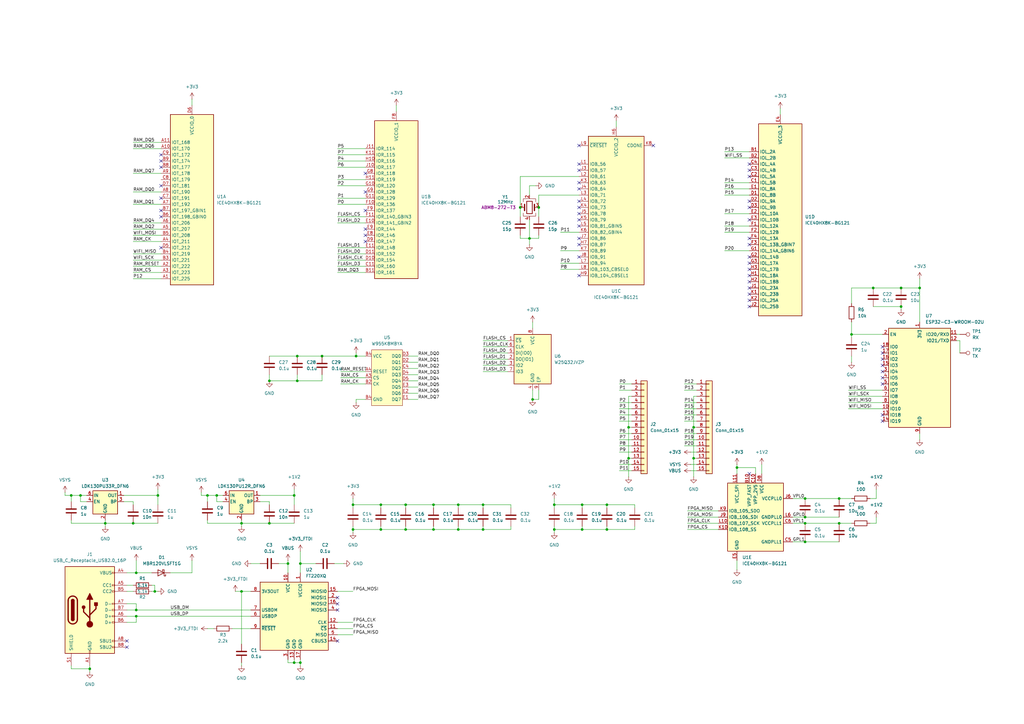
<source format=kicad_sch>
(kicad_sch (version 20231120) (generator "eeschema") (generator_version "8.0")
  (paper "A3")
  (junction (at 121.92 156.21))
  (junction (at 43.18 214.63))
  (junction (at 344.17 214.63))
  (junction (at 120.65 271.78))
  (junction (at 284.48 175.26))
  (junction (at 358.14 118.11))
  (junction (at 377.19 118.11))
  (junction (at 85.09 203.2))
  (junction (at 248.92 217.17))
  (junction (at 123.19 231.14))
  (junction (at 99.06 214.63))
  (junction (at 257.81 175.26))
  (junction (at 123.19 271.78))
  (junction (at 36.83 274.32))
  (junction (at 144.78 207.01))
  (junction (at 156.21 217.17))
  (junction (at 99.06 242.57))
  (junction (at 213.36 85.09))
  (junction (at 227.33 217.17))
  (junction (at 218.44 163.83))
  (junction (at 248.92 207.01))
  (junction (at 227.33 207.01))
  (junction (at 330.2 214.63))
  (junction (at 284.48 187.96))
  (junction (at 55.88 250.19))
  (junction (at 146.05 146.05))
  (junction (at 29.21 203.2))
  (junction (at 369.57 125.73))
  (junction (at 369.57 118.11))
  (junction (at 156.21 207.01))
  (junction (at 144.78 217.17))
  (junction (at 110.49 156.21))
  (junction (at 166.37 217.17))
  (junction (at 55.88 234.95))
  (junction (at 121.92 146.05))
  (junction (at 330.2 222.25))
  (junction (at 55.88 252.73))
  (junction (at 177.8 207.01))
  (junction (at 238.76 217.17))
  (junction (at 110.49 214.63))
  (junction (at 198.12 207.01))
  (junction (at 257.81 187.96))
  (junction (at 88.9 203.2))
  (junction (at 166.37 207.01))
  (junction (at 220.98 85.09))
  (junction (at 132.08 146.05))
  (junction (at 330.2 212.09))
  (junction (at 217.17 97.79))
  (junction (at 302.26 191.77))
  (junction (at 187.96 217.17))
  (junction (at 177.8 217.17))
  (junction (at 238.76 207.01))
  (junction (at 33.02 203.2))
  (junction (at 349.25 137.16))
  (junction (at 54.61 214.63))
  (junction (at 120.65 203.2))
  (junction (at 187.96 207.01))
  (junction (at 118.11 231.14))
  (junction (at 198.12 217.17))
  (junction (at 330.2 204.47))
  (junction (at 64.77 203.2))
  (junction (at 63.5 242.57))
  (junction (at 344.17 204.47))
  (no_connect (at 66.04 63.5))
  (no_connect (at 307.34 194.31))
  (no_connect (at 237.49 77.47))
  (no_connect (at 138.43 250.19))
  (no_connect (at 237.49 105.41))
  (no_connect (at 52.07 265.43))
  (no_connect (at 307.34 110.49))
  (no_connect (at 361.95 154.94))
  (no_connect (at 361.95 149.86))
  (no_connect (at 149.86 99.06))
  (no_connect (at 237.49 69.85))
  (no_connect (at 307.34 107.95))
  (no_connect (at 307.34 113.03))
  (no_connect (at 361.95 144.78))
  (no_connect (at 66.04 101.6))
  (no_connect (at 66.04 68.58))
  (no_connect (at 307.34 100.33))
  (no_connect (at 237.49 67.31))
  (no_connect (at 149.86 96.52))
  (no_connect (at 361.95 170.18))
  (no_connect (at 237.49 113.03))
  (no_connect (at 307.34 125.73))
  (no_connect (at 307.34 85.09))
  (no_connect (at 237.49 100.33))
  (no_connect (at 66.04 86.36))
  (no_connect (at 237.49 87.63))
  (no_connect (at 361.95 152.4))
  (no_connect (at 149.86 93.98))
  (no_connect (at 237.49 92.71))
  (no_connect (at 307.34 120.65))
  (no_connect (at 307.34 123.19))
  (no_connect (at 361.95 142.24))
  (no_connect (at 267.97 59.69))
  (no_connect (at 237.49 82.55))
  (no_connect (at 307.34 97.79))
  (no_connect (at 138.43 247.65))
  (no_connect (at 307.34 115.57))
  (no_connect (at 66.04 66.04))
  (no_connect (at 361.95 157.48))
  (no_connect (at 237.49 97.79))
  (no_connect (at 237.49 74.93))
  (no_connect (at 66.04 81.28))
  (no_connect (at 52.07 262.89))
  (no_connect (at 307.34 90.17))
  (no_connect (at 66.04 76.2))
  (no_connect (at 361.95 147.32))
  (no_connect (at 149.86 78.74))
  (no_connect (at 307.34 118.11))
  (no_connect (at 307.34 69.85))
  (no_connect (at 307.34 72.39))
  (no_connect (at 361.95 172.72))
  (no_connect (at 149.86 71.12))
  (no_connect (at 307.34 67.31))
  (no_connect (at 237.49 90.17))
  (no_connect (at 138.43 262.89))
  (no_connect (at 307.34 105.41))
  (no_connect (at 138.43 245.11))
  (no_connect (at 66.04 88.9))
  (no_connect (at 307.34 82.55))
  (no_connect (at 149.86 86.36))
  (no_connect (at 237.49 59.69))
  (no_connect (at 237.49 85.09))
  (wire (pts (xy 88.9 203.2) (xy 91.44 203.2)))
  (wire (pts (xy 138.43 88.9) (xy 149.86 88.9)))
  (wire (pts (xy 347.98 162.56) (xy 361.95 162.56)))
  (wire (pts (xy 280.67 180.34) (xy 285.75 180.34)))
  (wire (pts (xy 344.17 214.63) (xy 349.25 214.63)))
  (wire (pts (xy 349.25 118.11) (xy 349.25 124.46)))
  (wire (pts (xy 349.25 118.11) (xy 358.14 118.11)))
  (wire (pts (xy 54.61 60.96) (xy 66.04 60.96)))
  (wire (pts (xy 106.68 205.74) (xy 110.49 205.74)))
  (wire (pts (xy 281.94 209.55) (xy 294.64 209.55)))
  (wire (pts (xy 110.49 205.74) (xy 110.49 207.01)))
  (wire (pts (xy 54.61 93.98) (xy 66.04 93.98)))
  (wire (pts (xy 213.36 72.39) (xy 213.36 85.09)))
  (wire (pts (xy 166.37 217.17) (xy 177.8 217.17)))
  (wire (pts (xy 325.12 204.47) (xy 330.2 204.47)))
  (wire (pts (xy 138.43 106.68) (xy 149.86 106.68)))
  (wire (pts (xy 139.7 157.48) (xy 149.86 157.48)))
  (wire (pts (xy 156.21 217.17) (xy 166.37 217.17)))
  (wire (pts (xy 358.14 118.11) (xy 369.57 118.11)))
  (wire (pts (xy 358.14 125.73) (xy 369.57 125.73)))
  (wire (pts (xy 121.92 146.05) (xy 132.08 146.05)))
  (wire (pts (xy 99.06 214.63) (xy 99.06 215.9)))
  (wire (pts (xy 187.96 207.01) (xy 187.96 208.28)))
  (wire (pts (xy 325.12 222.25) (xy 330.2 222.25)))
  (wire (pts (xy 297.18 64.77) (xy 307.34 64.77)))
  (wire (pts (xy 297.18 77.47) (xy 307.34 77.47)))
  (wire (pts (xy 280.67 165.1) (xy 285.75 165.1)))
  (wire (pts (xy 280.67 167.64) (xy 285.75 167.64)))
  (wire (pts (xy 229.87 107.95) (xy 237.49 107.95)))
  (wire (pts (xy 392.43 139.7) (xy 393.7 139.7)))
  (wire (pts (xy 209.55 207.01) (xy 209.55 208.28)))
  (wire (pts (xy 52.07 252.73) (xy 55.88 252.73)))
  (wire (pts (xy 171.45 156.21) (xy 167.64 156.21)))
  (wire (pts (xy 229.87 95.25) (xy 237.49 95.25)))
  (wire (pts (xy 284.48 175.26) (xy 284.48 187.96)))
  (wire (pts (xy 43.18 213.36) (xy 43.18 214.63)))
  (wire (pts (xy 137.16 231.14) (xy 140.97 231.14)))
  (wire (pts (xy 99.06 271.78) (xy 99.06 273.05)))
  (wire (pts (xy 78.74 229.87) (xy 78.74 234.95)))
  (wire (pts (xy 54.61 83.82) (xy 66.04 83.82)))
  (wire (pts (xy 64.77 200.66) (xy 64.77 203.2)))
  (wire (pts (xy 248.92 217.17) (xy 248.92 215.9)))
  (wire (pts (xy 171.45 153.67) (xy 167.64 153.67)))
  (wire (pts (xy 63.5 240.03) (xy 63.5 242.57)))
  (wire (pts (xy 139.7 152.4) (xy 149.86 152.4)))
  (wire (pts (xy 297.18 95.25) (xy 307.34 95.25)))
  (wire (pts (xy 55.88 250.19) (xy 102.87 250.19)))
  (wire (pts (xy 36.83 274.32) (xy 36.83 275.59)))
  (wire (pts (xy 229.87 110.49) (xy 237.49 110.49)))
  (wire (pts (xy 144.78 217.17) (xy 144.78 218.44)))
  (wire (pts (xy 297.18 80.01) (xy 307.34 80.01)))
  (wire (pts (xy 33.02 203.2) (xy 35.56 203.2)))
  (wire (pts (xy 393.7 139.7) (xy 393.7 144.78)))
  (wire (pts (xy 156.21 217.17) (xy 156.21 215.9)))
  (wire (pts (xy 198.12 215.9) (xy 198.12 217.17)))
  (wire (pts (xy 254 190.5) (xy 259.08 190.5)))
  (wire (pts (xy 297.18 102.87) (xy 307.34 102.87)))
  (wire (pts (xy 220.98 80.01) (xy 237.49 80.01)))
  (wire (pts (xy 284.48 162.56) (xy 284.48 175.26)))
  (wire (pts (xy 99.06 213.36) (xy 99.06 214.63)))
  (wire (pts (xy 359.41 212.09) (xy 359.41 214.63)))
  (wire (pts (xy 257.81 187.96) (xy 259.08 187.96)))
  (wire (pts (xy 110.49 156.21) (xy 121.92 156.21)))
  (wire (pts (xy 162.56 43.18) (xy 162.56 45.72)))
  (wire (pts (xy 369.57 118.11) (xy 377.19 118.11)))
  (wire (pts (xy 36.83 273.05) (xy 36.83 274.32)))
  (wire (pts (xy 139.7 154.94) (xy 149.86 154.94)))
  (wire (pts (xy 95.25 257.81) (xy 102.87 257.81)))
  (wire (pts (xy 254 177.8) (xy 259.08 177.8)))
  (wire (pts (xy 43.18 214.63) (xy 54.61 214.63)))
  (wire (pts (xy 54.61 106.68) (xy 66.04 106.68)))
  (wire (pts (xy 254 157.48) (xy 259.08 157.48)))
  (wire (pts (xy 54.61 111.76) (xy 66.04 111.76)))
  (wire (pts (xy 120.65 270.51) (xy 120.65 271.78)))
  (wire (pts (xy 138.43 66.04) (xy 149.86 66.04)))
  (wire (pts (xy 138.43 101.6) (xy 149.86 101.6)))
  (wire (pts (xy 220.98 96.52) (xy 220.98 97.79)))
  (wire (pts (xy 26.67 201.93) (xy 26.67 203.2)))
  (wire (pts (xy 280.67 170.18) (xy 285.75 170.18)))
  (wire (pts (xy 29.21 203.2) (xy 33.02 203.2)))
  (wire (pts (xy 302.26 229.87) (xy 302.26 233.68)))
  (wire (pts (xy 43.18 214.63) (xy 43.18 215.9)))
  (wire (pts (xy 123.19 231.14) (xy 123.19 234.95)))
  (wire (pts (xy 118.11 270.51) (xy 118.11 271.78)))
  (wire (pts (xy 227.33 217.17) (xy 238.76 217.17)))
  (wire (pts (xy 52.07 255.27) (xy 55.88 255.27)))
  (wire (pts (xy 377.19 177.8) (xy 377.19 180.34)))
  (wire (pts (xy 156.21 207.01) (xy 156.21 208.28)))
  (wire (pts (xy 54.61 214.63) (xy 64.77 214.63)))
  (wire (pts (xy 217.17 90.17) (xy 217.17 97.79)))
  (wire (pts (xy 227.33 207.01) (xy 227.33 208.28)))
  (wire (pts (xy 166.37 207.01) (xy 166.37 208.28)))
  (wire (pts (xy 254 167.64) (xy 259.08 167.64)))
  (wire (pts (xy 54.61 58.42) (xy 66.04 58.42)))
  (wire (pts (xy 54.61 91.44) (xy 66.04 91.44)))
  (wire (pts (xy 102.87 231.14) (xy 106.68 231.14)))
  (wire (pts (xy 254 193.04) (xy 259.08 193.04)))
  (wire (pts (xy 121.92 156.21) (xy 121.92 153.67)))
  (wire (pts (xy 229.87 102.87) (xy 237.49 102.87)))
  (wire (pts (xy 280.67 172.72) (xy 285.75 172.72)))
  (wire (pts (xy 138.43 242.57) (xy 144.78 242.57)))
  (wire (pts (xy 177.8 207.01) (xy 187.96 207.01)))
  (wire (pts (xy 198.12 207.01) (xy 209.55 207.01)))
  (wire (pts (xy 120.65 271.78) (xy 123.19 271.78)))
  (wire (pts (xy 82.55 203.2) (xy 85.09 203.2)))
  (wire (pts (xy 99.06 242.57) (xy 99.06 264.16)))
  (wire (pts (xy 248.92 207.01) (xy 248.92 208.28)))
  (wire (pts (xy 281.94 214.63) (xy 294.64 214.63)))
  (wire (pts (xy 123.19 270.51) (xy 123.19 271.78)))
  (wire (pts (xy 217.17 76.2) (xy 217.17 80.01)))
  (wire (pts (xy 177.8 217.17) (xy 187.96 217.17)))
  (wire (pts (xy 120.65 203.2) (xy 120.65 207.01)))
  (wire (pts (xy 52.07 242.57) (xy 54.61 242.57)))
  (wire (pts (xy 54.61 78.74) (xy 66.04 78.74)))
  (wire (pts (xy 349.25 137.16) (xy 349.25 138.43)))
  (wire (pts (xy 54.61 114.3) (xy 66.04 114.3)))
  (wire (pts (xy 29.21 203.2) (xy 29.21 205.74)))
  (wire (pts (xy 281.94 212.09) (xy 294.64 212.09)))
  (wire (pts (xy 146.05 163.83) (xy 149.86 163.83)))
  (wire (pts (xy 138.43 63.5) (xy 149.86 63.5)))
  (wire (pts (xy 392.43 137.16) (xy 393.7 137.16)))
  (wire (pts (xy 63.5 242.57) (xy 64.77 242.57)))
  (wire (pts (xy 330.2 214.63) (xy 344.17 214.63)))
  (wire (pts (xy 344.17 204.47) (xy 349.25 204.47)))
  (wire (pts (xy 29.21 274.32) (xy 36.83 274.32)))
  (wire (pts (xy 138.43 76.2) (xy 149.86 76.2)))
  (wire (pts (xy 260.35 207.01) (xy 260.35 208.28)))
  (wire (pts (xy 55.88 234.95) (xy 62.23 234.95)))
  (wire (pts (xy 52.07 250.19) (xy 55.88 250.19)))
  (wire (pts (xy 283.21 193.04) (xy 285.75 193.04)))
  (wire (pts (xy 138.43 257.81) (xy 144.78 257.81)))
  (wire (pts (xy 377.19 118.11) (xy 377.19 132.08)))
  (wire (pts (xy 144.78 217.17) (xy 156.21 217.17)))
  (wire (pts (xy 284.48 175.26) (xy 285.75 175.26)))
  (wire (pts (xy 144.78 215.9) (xy 144.78 217.17)))
  (wire (pts (xy 85.09 214.63) (xy 99.06 214.63)))
  (wire (pts (xy 283.21 190.5) (xy 285.75 190.5)))
  (wire (pts (xy 248.92 207.01) (xy 260.35 207.01)))
  (wire (pts (xy 238.76 217.17) (xy 248.92 217.17)))
  (wire (pts (xy 33.02 205.74) (xy 35.56 205.74)))
  (wire (pts (xy 123.19 271.78) (xy 123.19 273.05)))
  (wire (pts (xy 302.26 191.77) (xy 302.26 194.31)))
  (wire (pts (xy 220.98 80.01) (xy 220.98 85.09)))
  (wire (pts (xy 254 170.18) (xy 259.08 170.18)))
  (wire (pts (xy 280.67 157.48) (xy 285.75 157.48)))
  (wire (pts (xy 54.61 96.52) (xy 66.04 96.52)))
  (wire (pts (xy 69.85 234.95) (xy 78.74 234.95)))
  (wire (pts (xy 302.26 190.5) (xy 302.26 191.77)))
  (wire (pts (xy 220.98 163.83) (xy 220.98 160.02)))
  (wire (pts (xy 138.43 81.28) (xy 149.86 81.28)))
  (wire (pts (xy 220.98 97.79) (xy 217.17 97.79)))
  (wire (pts (xy 309.88 191.77) (xy 309.88 194.31)))
  (wire (pts (xy 187.96 215.9) (xy 187.96 217.17)))
  (wire (pts (xy 85.09 203.2) (xy 85.09 205.74)))
  (wire (pts (xy 138.43 91.44) (xy 149.86 91.44)))
  (wire (pts (xy 85.09 213.36) (xy 85.09 214.63)))
  (wire (pts (xy 330.2 204.47) (xy 344.17 204.47)))
  (wire (pts (xy 171.45 148.59) (xy 167.64 148.59)))
  (wire (pts (xy 55.88 247.65) (xy 55.88 250.19)))
  (wire (pts (xy 248.92 217.17) (xy 260.35 217.17)))
  (wire (pts (xy 347.98 167.64) (xy 361.95 167.64)))
  (wire (pts (xy 138.43 73.66) (xy 149.86 73.66)))
  (wire (pts (xy 198.12 139.7) (xy 208.28 139.7)))
  (wire (pts (xy 257.81 175.26) (xy 259.08 175.26)))
  (wire (pts (xy 54.61 71.12) (xy 66.04 71.12)))
  (wire (pts (xy 284.48 187.96) (xy 284.48 195.58)))
  (wire (pts (xy 29.21 273.05) (xy 29.21 274.32)))
  (wire (pts (xy 120.65 200.66) (xy 120.65 203.2)))
  (wire (pts (xy 138.43 260.35) (xy 144.78 260.35)))
  (wire (pts (xy 198.12 217.17) (xy 209.55 217.17)))
  (wire (pts (xy 359.41 200.66) (xy 359.41 204.47)))
  (wire (pts (xy 64.77 203.2) (xy 64.77 207.01)))
  (wire (pts (xy 138.43 60.96) (xy 149.86 60.96)))
  (wire (pts (xy 26.67 203.2) (xy 29.21 203.2)))
  (wire (pts (xy 144.78 207.01) (xy 156.21 207.01)))
  (wire (pts (xy 198.12 144.78) (xy 208.28 144.78)))
  (wire (pts (xy 254 180.34) (xy 259.08 180.34)))
  (wire (pts (xy 209.55 215.9) (xy 209.55 217.17)))
  (wire (pts (xy 166.37 207.01) (xy 177.8 207.01)))
  (wire (pts (xy 54.61 99.06) (xy 66.04 99.06)))
  (wire (pts (xy 99.06 214.63) (xy 110.49 214.63)))
  (wire (pts (xy 54.61 205.74) (xy 54.61 207.01)))
  (wire (pts (xy 347.98 160.02) (xy 361.95 160.02)))
  (wire (pts (xy 166.37 217.17) (xy 166.37 215.9)))
  (wire (pts (xy 280.67 160.02) (xy 285.75 160.02)))
  (wire (pts (xy 62.23 240.03) (xy 63.5 240.03)))
  (wire (pts (xy 118.11 231.14) (xy 118.11 234.95)))
  (wire (pts (xy 114.3 231.14) (xy 118.11 231.14)))
  (wire (pts (xy 144.78 204.47) (xy 144.78 207.01)))
  (wire (pts (xy 330.2 212.09) (xy 344.17 212.09)))
  (wire (pts (xy 52.07 234.95) (xy 55.88 234.95)))
  (wire (pts (xy 213.36 85.09) (xy 213.36 88.9)))
  (wire (pts (xy 238.76 207.01) (xy 238.76 208.28)))
  (wire (pts (xy 110.49 214.63) (xy 120.65 214.63)))
  (wire (pts (xy 50.8 205.74) (xy 54.61 205.74)))
  (wire (pts (xy 187.96 207.01) (xy 198.12 207.01)))
  (wire (pts (xy 171.45 158.75) (xy 167.64 158.75)))
  (wire (pts (xy 96.52 242.57) (xy 99.06 242.57)))
  (wire (pts (xy 284.48 187.96) (xy 285.75 187.96)))
  (wire (pts (xy 198.12 142.24) (xy 208.28 142.24)))
  (wire (pts (xy 218.44 132.08) (xy 218.44 134.62)))
  (wire (pts (xy 52.07 240.03) (xy 54.61 240.03)))
  (wire (pts (xy 138.43 109.22) (xy 149.86 109.22)))
  (wire (pts (xy 198.12 207.01) (xy 198.12 208.28)))
  (wire (pts (xy 252.73 49.53) (xy 252.73 52.07)))
  (wire (pts (xy 144.78 207.01) (xy 144.78 208.28)))
  (wire (pts (xy 121.92 156.21) (xy 132.08 156.21)))
  (wire (pts (xy 106.68 203.2) (xy 120.65 203.2)))
  (wire (pts (xy 99.06 242.57) (xy 102.87 242.57)))
  (wire (pts (xy 177.8 217.17) (xy 177.8 215.9)))
  (wire (pts (xy 138.43 68.58) (xy 149.86 68.58)))
  (wire (pts (xy 260.35 217.17) (xy 260.35 215.9)))
  (wire (pts (xy 85.09 203.2) (xy 88.9 203.2)))
  (wire (pts (xy 88.9 205.74) (xy 91.44 205.74)))
  (wire (pts (xy 198.12 152.4) (xy 208.28 152.4)))
  (wire (pts (xy 217.17 100.33) (xy 217.17 97.79)))
  (wire (pts (xy 254 172.72) (xy 259.08 172.72)))
  (wire (pts (xy 123.19 226.06) (xy 123.19 231.14)))
  (wire (pts (xy 254 185.42) (xy 259.08 185.42)))
  (wire (pts (xy 213.36 97.79) (xy 217.17 97.79)))
  (wire (pts (xy 82.55 201.93) (xy 82.55 203.2)))
  (wire (pts (xy 85.09 257.81) (xy 87.63 257.81)))
  (wire (pts (xy 377.19 114.3) (xy 377.19 118.11)))
  (wire (pts (xy 257.81 187.96) (xy 257.81 195.58)))
  (wire (pts (xy 297.18 92.71) (xy 307.34 92.71)))
  (wire (pts (xy 312.42 190.5) (xy 312.42 194.31)))
  (wire (pts (xy 138.43 83.82) (xy 149.86 83.82)))
  (wire (pts (xy 213.36 72.39) (xy 237.49 72.39)))
  (wire (pts (xy 110.49 146.05) (xy 121.92 146.05)))
  (wire (pts (xy 110.49 156.21) (xy 110.49 153.67)))
  (wire (pts (xy 218.44 163.83) (xy 218.44 160.02)))
  (wire (pts (xy 227.33 204.47) (xy 227.33 207.01)))
  (wire (pts (xy 257.81 162.56) (xy 259.08 162.56)))
  (wire (pts (xy 171.45 151.13) (xy 167.64 151.13)))
  (wire (pts (xy 220.98 85.09) (xy 220.98 88.9)))
  (wire (pts (xy 123.19 231.14) (xy 129.54 231.14)))
  (wire (pts (xy 54.61 104.14) (xy 66.04 104.14)))
  (wire (pts (xy 227.33 207.01) (xy 238.76 207.01)))
  (wire (pts (xy 198.12 147.32) (xy 208.28 147.32)))
  (wire (pts (xy 218.44 163.83) (xy 220.98 163.83)))
  (wire (pts (xy 349.25 137.16) (xy 361.95 137.16)))
  (wire (pts (xy 283.21 185.42) (xy 285.75 185.42)))
  (wire (pts (xy 118.11 271.78) (xy 120.65 271.78)))
  (wire (pts (xy 138.43 111.76) (xy 149.86 111.76)))
  (wire (pts (xy 171.45 161.29) (xy 167.64 161.29)))
  (wire (pts (xy 254 160.02) (xy 259.08 160.02)))
  (wire (pts (xy 177.8 207.01) (xy 177.8 208.28)))
  (wire (pts (xy 146.05 144.78) (xy 146.05 146.05)))
  (wire (pts (xy 50.8 203.2) (xy 64.77 203.2)))
  (wire (pts (xy 254 165.1) (xy 259.08 165.1)))
  (wire (pts (xy 254 182.88) (xy 259.08 182.88)))
  (wire (pts (xy 156.21 207.01) (xy 166.37 207.01)))
  (wire (pts (xy 238.76 217.17) (xy 238.76 215.9)))
  (wire (pts (xy 118.11 229.87) (xy 118.11 231.14)))
  (wire (pts (xy 325.12 214.63) (xy 330.2 214.63)))
  (wire (pts (xy 347.98 165.1) (xy 361.95 165.1)))
  (wire (pts (xy 146.05 163.83) (xy 146.05 165.1)))
  (wire (pts (xy 146.05 146.05) (xy 149.86 146.05)))
  (wire (pts (xy 213.36 96.52) (xy 213.36 97.79)))
  (wire (pts (xy 54.61 109.22) (xy 66.04 109.22)))
  (wire (pts (xy 29.21 213.36) (xy 29.21 214.63)))
  (wire (pts (xy 369.57 125.73) (xy 369.57 127)))
  (wire (pts (xy 280.67 177.8) (xy 285.75 177.8)))
  (wire (pts (xy 138.43 104.14) (xy 149.86 104.14)))
  (wire (pts (xy 297.18 74.93) (xy 307.34 74.93)))
  (wire (pts (xy 227.33 217.17) (xy 227.33 218.44)))
  (wire (pts (xy 198.12 149.86) (xy 208.28 149.86)))
  (wire (pts (xy 257.81 162.56) (xy 257.81 175.26)))
  (wire (pts (xy 219.71 76.2) (xy 217.17 76.2)))
  (wire (pts (xy 187.96 217.17) (xy 198.12 217.17)))
  (wire (pts (xy 52.07 247.65) (xy 55.88 247.65)))
  (wire (pts (xy 171.45 163.83) (xy 167.64 163.83)))
  (wire (pts (xy 55.88 252.73) (xy 102.87 252.73)))
  (wire (pts (xy 78.74 40.64) (xy 78.74 43.18)))
  (wire (pts (xy 132.08 156.21) (xy 132.08 153.67)))
  (wire (pts (xy 33.02 203.2) (xy 33.02 205.74)))
  (wire (pts (xy 320.04 44.45) (xy 320.04 46.99)))
  (wire (pts (xy 349.25 146.05) (xy 349.25 148.59)))
  (wire (pts (xy 297.18 87.63) (xy 307.34 87.63)))
  (wire (pts (xy 349.25 132.08) (xy 349.25 137.16)))
  (wire (pts (xy 297.18 62.23) (xy 307.34 62.23)))
  (wire (pts (xy 55.88 252.73) (xy 55.88 255.27)))
  (wire (pts (xy 88.9 203.2) (xy 88.9 205.74)))
  (wire (pts (xy 281.94 217.17) (xy 294.64 217.17)))
  (wire (pts (xy 238.76 207.01) (xy 248.92 207.01)))
  (wire (pts (xy 227.33 215.9) (xy 227.33 217.17)))
  (wire (pts (xy 356.87 204.47) (xy 359.41 204.47)))
  (wire (pts (xy 302.26 191.77) (xy 309.88 191.77)))
  (wire (pts (xy 325.12 212.09) (xy 330.2 212.09)))
  (wire (pts (xy 330.2 222.25) (xy 344.17 222.25)))
  (wire (pts (xy 280.67 182.88) (xy 285.75 182.88)))
  (wire (pts (xy 55.88 229.87) (xy 55.88 234.95)))
  (wire (pts (xy 356.87 214.63) (xy 359.41 214.63)))
  (wire (pts (xy 132.08 146.05) (xy 146.05 146.05)))
  (wire (pts (xy 284.48 162.56) (xy 285.75 162.56)))
  (wire (pts (xy 257.81 175.26) (xy 257.81 187.96)))
  (wire (pts (xy 171.45 146.05) (xy 167.64 146.05)))
  (wire (pts (xy 62.23 242.57) (xy 63.5 242.57)))
  (wire (pts (xy 29.21 214.63) (xy 43.18 214.63)))
  (wire (pts (xy 138.43 255.27) (xy 144.78 255.27)))
  (label "P0" (at 138.43 83.82 0))
  (label "FLASH_CLK" (at 198.12 142.24 0))
  (label "FLASH_D0" (at 198.12 144.78 0))
  (label "FLASH_CS" (at 138.43 88.9 0))
  (label "P17" (at 280.67 172.72 0))
  (label "P4" (at 138.43 66.04 0))
  (label "P15" (at 297.18 80.01 0))
  (label "FPGA_MOSI" (at 281.94 212.09 0))
  (label "FPGA_CS" (at 144.78 257.81 0))
  (label "FLASH_D3" (at 198.12 152.4 0))
  (label "RAM_RESET" (at 54.61 109.22 0))
  (label "FPGA_MOSI" (at 144.78 242.57 0))
  (label "P6" (at 254 177.8 0))
  (label "RAM_DQ1" (at 171.45 148.59 0))
  (label "RAM_DQ2" (at 54.61 93.98 0))
  (label "RAM_DQ3" (at 171.45 153.67 0))
  (label "P4" (at 254 170.18 0))
  (label "VPL0" (at 325.12 204.47 0))
  (label "WIFI_SS" (at 297.18 64.77 0))
  (label "P10" (at 229.87 107.95 0))
  (label "FPGA_MISO" (at 144.78 260.35 0))
  (label "RAM_DQ4" (at 54.61 91.44 0))
  (label "RAM_DQ7" (at 171.45 163.83 0))
  (label "P16" (at 280.67 170.18 0))
  (label "P12" (at 280.67 157.48 0))
  (label "FLASH_D3" (at 138.43 109.22 0))
  (label "P13" (at 297.18 62.23 0))
  (label "FLASH_D1" (at 198.12 147.32 0))
  (label "P6" (at 138.43 68.58 0))
  (label "P5" (at 254 172.72 0))
  (label "P5" (at 138.43 60.96 0))
  (label "P14" (at 297.18 74.93 0))
  (label "P11" (at 229.87 95.25 0))
  (label "RAM_DQ1" (at 54.61 83.82 0))
  (label "FPGA_MISO" (at 281.94 209.55 0))
  (label "RAM_DQ7" (at 54.61 71.12 0))
  (label "RAM_DQ6" (at 54.61 60.96 0))
  (label "P18" (at 297.18 92.71 0))
  (label "P16" (at 297.18 77.47 0))
  (label "P0" (at 254 157.48 0))
  (label "GPL0" (at 325.12 212.09 0))
  (label "P20" (at 297.18 102.87 0))
  (label "P8" (at 229.87 110.49 0))
  (label "P11" (at 254 193.04 0))
  (label "P19" (at 297.18 95.25 0))
  (label "WIFI_SCK" (at 54.61 106.68 0))
  (label "WIFI_MOSI" (at 347.98 167.64 0))
  (label "P7" (at 254 180.34 0))
  (label "WIFI_SCK" (at 347.98 162.56 0))
  (label "VPL1" (at 325.12 214.63 0))
  (label "FPGA_CLK" (at 281.94 214.63 0))
  (label "GPL1" (at 325.12 222.25 0))
  (label "P10" (at 254 190.5 0))
  (label "RAM_DQ4" (at 171.45 156.21 0))
  (label "RAM_CK" (at 54.61 99.06 0))
  (label "P18" (at 280.67 177.8 0))
  (label "P1" (at 254 160.02 0))
  (label "USB_DM" (at 69.85 250.19 0))
  (label "RAM_CS" (at 139.7 154.94 0))
  (label "RAM_DQ5" (at 171.45 158.75 0))
  (label "RAM_DQ0" (at 54.61 78.74 0))
  (label "P20" (at 280.67 182.88 0))
  (label "P15" (at 280.67 167.64 0))
  (label "P3" (at 254 167.64 0))
  (label "RAM_DQ5" (at 54.61 58.42 0))
  (label "WIFI_MISO" (at 54.61 104.14 0))
  (label "RAM_CK" (at 139.7 157.48 0))
  (label "RAM_DQ3" (at 138.43 111.76 0))
  (label "P17" (at 297.18 87.63 0))
  (label "P8" (at 254 182.88 0))
  (label "FLASH_CLK" (at 138.43 106.68 0))
  (label "RAM_DQ2" (at 171.45 151.13 0))
  (label "P1" (at 138.43 81.28 0))
  (label "USB_DP" (at 69.85 252.73 0))
  (label "P2" (at 254 165.1 0))
  (label "WIFI_SS" (at 347.98 160.02 0))
  (label "RAM_DQ0" (at 171.45 146.05 0))
  (label "P12" (at 54.61 114.3 0))
  (label "P9" (at 229.87 102.87 0))
  (label "FPGA_CS" (at 281.94 217.17 0))
  (label "FLASH_D2" (at 198.12 149.86 0))
  (label "RAM_RESET" (at 139.7 152.4 0))
  (label "WIFI_MISO" (at 347.98 165.1 0))
  (label "P14" (at 280.67 165.1 0))
  (label "P9" (at 254 185.42 0))
  (label "P19" (at 280.67 180.34 0))
  (label "FLASH_D0" (at 138.43 104.14 0))
  (label "RAM_CS" (at 54.61 111.76 0))
  (label "FPGA_CLK" (at 144.78 255.27 0))
  (label "WIFI_MOSI" (at 54.61 96.52 0))
  (label "RAM_DQ6" (at 171.45 161.29 0))
  (label "FLASH_D1" (at 138.43 101.6 0))
  (label "FLASH_CS" (at 198.12 139.7 0))
  (label "P7" (at 138.43 63.5 0))
  (label "P13" (at 280.67 160.02 0))
  (label "P3" (at 138.43 73.66 0))
  (label "P2" (at 138.43 76.2 0))
  (label "FLASH_D2" (at 138.43 91.44 0))
  (symbol (lib_id "power:GND") (at 123.19 273.05 0) (unit 1)
    (property "Reference" "#PWR01" (effects (hide yes)))
    (property "Value" "GND" (at 123.19 278.13 0))
    (property "Description" "Power symbol creates a global label with name \"GND\" , ground" (effects (hide yes)))
  )
  (symbol (lib_id "power:VBUS") (at 26.67 201.93 0) (unit 1)
    (property "Reference" "#PWR014" (effects (hide yes)))
    (property "Value" "VSYS" (at 26.67 196.85 0))
    (property "Description" "Power symbol creates a global label with name \"VBUS\"" (effects (hide yes)))
  )
  (symbol (lib_id "RF_Module:ESP32-C3-WROOM-02U") (at 377.19 154.94 0) (unit 1)
    (property "Reference" "U7" (at 379.5829 129.54 0) (effects (justify left)))
    (property "Value" "ESP32-C3-WROOM-02U" (at 379.5829 132.08 0) (effects (justify left)))
    (property "Footprint" "RF_Module:ESP32-C3-WROOM-02U" (effects (hide yes)))
    (property "Datasheet" "https://www.espressif.com/sites/default/files/documentation/esp32-c3-wroom-02_datasheet_en.pdf" (effects (hide yes)))
    (property "Description" "802.11 b/g/n Wi­Fi and Bluetooth 5 module, ESP32­C3 SoC, RISC­V microprocessor, On-board antenna" (effects (hide yes)))
  )
  (symbol (lib_id "Device:D_Schottky") (at 66.04 234.95 180) (unit 1)
    (property "Reference" "D1" (at 66.3575 228.6 0))
    (property "Value" "MBR120VLSFT1G" (at 66.3575 231.14 0))
    (property "Footprint" "Diode_SMD:D_SOD-123F" (effects (hide yes)))
    (property "Description" "Schottky diode" (effects (hide yes)))
  )
  (symbol (lib_id "power:GND") (at 218.44 163.83 0) (unit 1)
    (property "Reference" "#PWR035" (effects (hide yes)))
    (property "Value" "GND" (at 218.44 168.91 0))
    (property "Description" "Power symbol creates a global label with name \"GND\" , ground" (effects (hide yes)))
  )
  (symbol (lib_id "Device:C") (at 198.12 212.09 0) (unit 1)
    (property "Reference" "C31" (at 201.93 210.8199 0) (effects (justify left)))
    (property "Value" "0.1u" (at 201.93 213.3599 0) (effects (justify left)))
    (property "Footprint" "Capacitor_SMD:C_0402_1005Metric" (effects (hide yes)))
    (property "Description" "Unpolarized capacitor" (effects (hide yes)))
  )
  (symbol (lib_id "Device:C") (at 110.49 231.14 90) (unit 1)
    (property "Reference" "C3" (at 110.49 223.52 90))
    (property "Value" "0.1u" (at 110.49 226.06 90))
    (property "Footprint" "Capacitor_SMD:C_0402_1005Metric" (effects (hide yes)))
    (property "Description" "Unpolarized capacitor" (effects (hide yes)))
  )
  (symbol (lib_id "power:GND") (at 369.57 127 0) (unit 1)
    (property "Reference" "#PWR038" (effects (hide yes)))
    (property "Value" "GND" (at 369.57 132.08 0))
    (property "Description" "Power symbol creates a global label with name \"GND\" , ground" (effects (hide yes)))
  )
  (symbol (lib_id "power:GND") (at 227.33 218.44 0) (unit 1)
    (property "Reference" "#PWR031" (effects (hide yes)))
    (property "Value" "GND" (at 227.33 223.52 0))
    (property "Description" "Power symbol creates a global label with name \"GND\" , ground" (effects (hide yes)))
  )
  (symbol (lib_id "Device:R") (at 91.44 257.81 90) (unit 1)
    (property "Reference" "R3" (at 91.44 260.35 90))
    (property "Value" "2.2k" (at 91.44 262.89 90))
    (property "Footprint" "Resistor_SMD:R_0402_1005Metric" (effects (hide yes)))
    (property "Description" "Resistor" (effects (hide yes)))
  )
  (symbol (lib_id "power:GND") (at 140.97 231.14 90) (unit 1)
    (property "Reference" "#PWR011" (effects (hide yes)))
    (property "Value" "GND" (at 144.78 231.1399 90) (effects (justify right)))
    (property "Description" "Power symbol creates a global label with name \"GND\" , ground" (effects (hide yes)))
  )
  (symbol (lib_id "power:+3V3") (at 218.44 132.08 0) (unit 1)
    (property "Reference" "#PWR034" (effects (hide yes)))
    (property "Value" "+3V3" (at 218.44 127 0))
    (property "Description" "Power symbol creates a global label with name \"+3V3\"" (effects (hide yes)))
  )
  (symbol (lib_id "power:GND") (at 43.18 215.9 0) (unit 1)
    (property "Reference" "#PWR020" (effects (hide yes)))
    (property "Value" "GND" (at 43.18 220.98 0))
    (property "Description" "Power symbol creates a global label with name \"GND\" , ground" (effects (hide yes)))
  )
  (symbol (lib_id "Device:C") (at 64.77 210.82 0) (unit 1)
    (property "Reference" "C11" (at 68.58 209.55 0) (effects (justify left)))
    (property "Value" "1u" (at 68.58 212.09 0) (effects (justify left)))
    (property "Footprint" "Capacitor_SMD:C_0402_1005Metric" (effects (hide yes)))
    (property "Description" "Unpolarized capacitor" (effects (hide yes)))
  )
  (symbol (lib_id "Device:C") (at 110.49 210.82 0) (unit 1)
    (property "Reference" "C12" (at 114.3 209.55 0) (effects (justify left)))
    (property "Value" "10n" (at 114.3 212.09 0) (effects (justify left)))
    (property "Footprint" "Capacitor_SMD:C_0402_1005Metric" (effects (hide yes)))
    (property "Description" "Unpolarized capacitor" (effects (hide yes)))
  )
  (symbol (lib_id "power:+3V3") (at 123.19 226.06 0) (unit 1)
    (property "Reference" "#PWR03" (effects (hide yes)))
    (property "Value" "+3V3_FTDI" (at 123.19 220.98 0))
    (property "Description" "Power symbol creates a global label with name \"+3V3\"" (effects (hide yes)))
  )
  (symbol (lib_id "Device:R") (at 58.42 240.03 90) (unit 1)
    (property "Reference" "R1" (at 58.42 237.236 90))
    (property "Value" "5.1k" (at 58.42 240.03 90))
    (property "Footprint" "Resistor_SMD:R_0402_1005Metric" (effects (hide yes)))
    (property "Description" "Resistor" (effects (hide yes)))
  )
  (symbol (lib_id "power:+1V2") (at 359.41 212.09 0) (unit 1)
    (property "Reference" "#PWR016" (effects (hide yes)))
    (property "Value" "+1V2" (at 359.41 207.01 0))
    (property "Description" "Power symbol creates a global label with name \"+1V2\"" (effects (hide yes)))
  )
  (symbol (lib_id "power:GND") (at 146.05 165.1 0) (unit 1)
    (property "Reference" "#PWR033" (effects (hide yes)))
    (property "Value" "GND" (at 146.05 170.18 0))
    (property "Description" "Power symbol creates a global label with name \"GND\" , ground" (effects (hide yes)))
  )
  (symbol (lib_id "Device:C") (at 344.17 208.28 0) (unit 1)
    (property "Reference" "C7" (at 347.98 207.01 0) (effects (justify left)))
    (property "Value" "10u" (at 347.98 209.55 0) (effects (justify left)))
    (property "Footprint" "Capacitor_SMD:C_0402_1005Metric" (effects (hide yes)))
    (property "Description" "Unpolarized capacitor" (effects (hide yes)))
  )
  (symbol (lib_id "power:GND") (at 99.06 273.05 0) (unit 1)
    (property "Reference" "#PWR010" (effects (hide yes)))
    (property "Value" "GND" (at 99.06 278.13 0))
    (property "Description" "Power symbol creates a global label with name \"GND\" , ground" (effects (hide yes)))
  )
  (symbol (lib_id "Device:C") (at 349.25 142.24 0) (unit 1)
    (property "Reference" "C24" (at 353.06 140.97 0) (effects (justify left)))
    (property "Value" "1u" (at 353.06 143.51 0) (effects (justify left)))
    (property "Footprint" "Capacitor_SMD:C_0402_1005Metric" (effects (hide yes)))
    (property "Description" "Unpolarized capacitor" (effects (hide yes)))
  )
  (symbol (lib_id "Device:C") (at 85.09 209.55 0) (unit 1)
    (property "Reference" "C9" (at 88.9 208.28 0) (effects (justify left)))
    (property "Value" "1u" (at 88.9 210.82 0) (effects (justify left)))
    (property "Footprint" "Capacitor_SMD:C_0402_1005Metric" (effects (hide yes)))
    (property "Description" "Unpolarized capacitor" (effects (hide yes)))
  )
  (symbol (lib_id "power:+1V2") (at 120.65 200.66 0) (unit 1)
    (property "Reference" "#PWR022" (effects (hide yes)))
    (property "Value" "+1V2" (at 120.65 195.58 0))
    (property "Description" "Power symbol creates a global label with name \"+1V2\"" (effects (hide yes)))
  )
  (symbol (lib_id "Device:R") (at 353.06 204.47 90) (unit 1)
    (property "Reference" "R4" (at 353.06 198.12 90))
    (property "Value" "100" (at 353.06 200.66 90))
    (property "Footprint" "Resistor_SMD:R_0402_1005Metric" (effects (hide yes)))
    (property "Description" "Resistor" (effects (hide yes)))
  )
  (symbol (lib_id "Connector:TestPoint") (at 393.7 144.78 270) (unit 1)
    (property "Reference" "TP2" (at 398.78 143.51 90) (effects (justify left)))
    (property "Value" "TX" (at 398.78 146.05 90) (effects (justify left)))
    (property "Footprint" "TestPoint:TestPoint_Pad_D1.0mm" (effects (hide yes)))
    (property "Description" "test point" (effects (hide yes)))
  )
  (symbol (lib_id "Device:C") (at 166.37 212.09 0) (unit 1)
    (property "Reference" "C16" (at 170.18 210.8199 0) (effects (justify left)))
    (property "Value" "0.1u" (at 170.18 213.3599 0) (effects (justify left)))
    (property "Footprint" "Capacitor_SMD:C_0402_1005Metric" (effects (hide yes)))
    (property "Description" "Unpolarized capacitor" (effects (hide yes)))
  )
  (symbol (lib_id "Device:C") (at 358.14 121.92 0) (unit 1)
    (property "Reference" "C22" (at 361.95 120.6499 0) (effects (justify left)))
    (property "Value" "0.1u" (at 361.95 123.1899 0) (effects (justify left)))
    (property "Footprint" "Capacitor_SMD:C_0402_1005Metric" (effects (hide yes)))
    (property "Description" "Unpolarized capacitor" (effects (hide yes)))
  )
  (symbol (lib_id "power:VBUS") (at 55.88 229.87 0) (unit 1)
    (property "Reference" "#PWR06" (effects (hide yes)))
    (property "Value" "VBUS" (at 55.88 224.79 0))
    (property "Description" "Power symbol creates a global label with name \"VBUS\"" (effects (hide yes)))
  )
  (symbol (lib_id "power:+3V3") (at 162.56 43.18 0) (unit 1)
    (property "Reference" "#PWR026" (effects (hide yes)))
    (property "Value" "+3V3" (at 162.56 38.1 0))
    (property "Description" "Power symbol creates a global label with name \"+3V3\"" (effects (hide yes)))
  )
  (symbol (lib_id "power:VBUS") (at 78.74 229.87 0) (unit 1)
    (property "Reference" "#PWR07" (effects (hide yes)))
    (property "Value" "VSYS" (at 78.74 224.79 0))
    (property "Description" "Power symbol creates a global label with name \"VBUS\"" (effects (hide yes)))
  )
  (symbol (lib_id "power:GND") (at 110.49 156.21 0) (unit 1)
    (property "Reference" "#PWR047" (effects (hide yes)))
    (property "Value" "GND" (at 110.49 161.29 0))
    (property "Description" "Power symbol creates a global label with name \"GND\" , ground" (effects (hide yes)))
  )
  (symbol (lib_id "Device:C") (at 99.06 267.97 0) (unit 1)
    (property "Reference" "C1" (at 102.87 266.6999 0) (effects (justify left)))
    (property "Value" "0.1u" (at 102.87 269.2399 0) (effects (justify left)))
    (property "Footprint" "Capacitor_SMD:C_0402_1005Metric" (effects (hide yes)))
    (property "Description" "Unpolarized capacitor" (effects (hide yes)))
  )
  (symbol (lib_id "HyperRAM:HyperRAM") (at 158.75 154.94 0) (unit 1)
    (property "Reference" "U5" (at 158.75 138.43 0))
    (property "Value" "W955K8MBYA" (at 158.75 140.97 0))
    (property "Footprint" "HyperRAM:W955K8MBYA" (effects (hide yes)))
  )
  (symbol (lib_id "power:GND") (at 349.25 148.59 0) (unit 1)
    (property "Reference" "#PWR039" (effects (hide yes)))
    (property "Value" "GND" (at 349.25 153.67 0))
    (property "Description" "Power symbol creates a global label with name \"GND\" , ground" (effects (hide yes)))
  )
  (symbol (lib_id "power:VBUS") (at 283.21 193.04 90) (unit 1)
    (property "Reference" "#PWR040" (effects (hide yes)))
    (property "Value" "VBUS" (at 279.4 193.04 90) (effects (justify left)))
    (property "Description" "Power symbol creates a global label with name \"VBUS\"" (effects (hide yes)))
  )
  (symbol (lib_id "Device:C") (at 248.92 212.09 0) (unit 1)
    (property "Reference" "C20" (at 252.73 210.8199 0) (effects (justify left)))
    (property "Value" "0.1u" (at 252.73 213.3599 0) (effects (justify left)))
    (property "Footprint" "Capacitor_SMD:C_0402_1005Metric" (effects (hide yes)))
    (property "Description" "Unpolarized capacitor" (effects (hide yes)))
  )
  (symbol (lib_id "power:GND") (at 217.17 100.33 0) (unit 1)
    (property "Reference" "#PWR045" (effects (hide yes)))
    (property "Value" "GND" (at 217.17 105.41 0))
    (property "Description" "Power symbol creates a global label with name \"GND\" , ground" (effects (hide yes)))
  )
  (symbol (lib_id "FPGA_Lattice:ICE40HX8K-BG121") (at 309.88 212.09 0) (unit 5)
    (property "Reference" "U1" (at 304.4541 228.6 0) (effects (justify left)))
    (property "Value" "ICE40HX8K-BG121" (at 304.4541 231.14 0) (effects (justify left)))
    (property "Footprint" "Package_BGA:BGA-121_9.0x9.0mm_Layout11x11_P0.8mm_Ball0.4mm_Pad0.35mm_NSMD" (effects (hide yes)))
    (property "Datasheet" "http://www.latticesemi.com/Products/FPGAandCPLD/iCE40" (effects (hide yes)))
    (property "Description" "iCE40 HX FPGA, 7680 LUTs, 1.2V, BGA-121" (effects (hide yes)))
  )
  (symbol (lib_id "Device:C") (at 29.21 209.55 0) (unit 1)
    (property "Reference" "C8" (at 33.02 208.28 0) (effects (justify left)))
    (property "Value" "1u" (at 33.02 210.82 0) (effects (justify left)))
    (property "Footprint" "Capacitor_SMD:C_0402_1005Metric" (effects (hide yes)))
    (property "Description" "Unpolarized capacitor" (effects (hide yes)))
  )
  (symbol (lib_id "Device:C") (at 330.2 208.28 0) (unit 1)
    (property "Reference" "C4" (at 334.01 207.01 0) (effects (justify left)))
    (property "Value" "0.1u" (at 334.01 209.55 0) (effects (justify left)))
    (property "Footprint" "Capacitor_SMD:C_0402_1005Metric" (effects (hide yes)))
    (property "Description" "Unpolarized capacitor" (effects (hide yes)))
  )
  (symbol (lib_id "power:+3V3") (at 146.05 144.78 0) (unit 1)
    (property "Reference" "#PWR032" (effects (hide yes)))
    (property "Value" "+3V3" (at 146.05 139.7 0))
    (property "Description" "Power symbol creates a global label with name \"+3V3\"" (effects (hide yes)))
  )
  (symbol (lib_id "Device:R") (at 353.06 214.63 90) (unit 1)
    (property "Reference" "R5" (at 353.06 208.28 90))
    (property "Value" "100" (at 353.06 210.82 90))
    (property "Footprint" "Resistor_SMD:R_0402_1005Metric" (effects (hide yes)))
    (property "Description" "Resistor" (effects (hide yes)))
  )
  (symbol (lib_id "Device:C") (at 133.35 231.14 90) (unit 1)
    (property "Reference" "C2" (at 133.35 223.52 90))
    (property "Value" "0.1u" (at 133.35 226.06 90))
    (property "Footprint" "Capacitor_SMD:C_0402_1005Metric" (effects (hide yes)))
    (property "Description" "Unpolarized capacitor" (effects (hide yes)))
  )
  (symbol (lib_id "power:GND") (at 36.83 275.59 0) (unit 1)
    (property "Reference" "#PWR04" (effects (hide yes)))
    (property "Value" "GND" (at 36.83 280.67 0))
    (property "Description" "Power symbol creates a global label with name \"GND\" , ground" (effects (hide yes)))
  )
  (symbol (lib_id "Device:C") (at 156.21 212.09 0) (unit 1)
    (property "Reference" "C15" (at 160.02 210.8199 0) (effects (justify left)))
    (property "Value" "0.1u" (at 160.02 213.3599 0) (effects (justify left)))
    (property "Footprint" "Capacitor_SMD:C_0402_1005Metric" (effects (hide yes)))
    (property "Description" "Unpolarized capacitor" (effects (hide yes)))
  )
  (symbol (lib_id "Device:C") (at 144.78 212.09 0) (unit 1)
    (property "Reference" "C14" (at 148.59 210.8199 0) (effects (justify left)))
    (property "Value" "0.1u" (at 148.59 213.3599 0) (effects (justify left)))
    (property "Footprint" "Capacitor_SMD:C_0402_1005Metric" (effects (hide yes)))
    (property "Description" "Unpolarized capacitor" (effects (hide yes)))
  )
  (symbol (lib_id "Device:C") (at 213.36 92.71 0) (unit 1)
    (property "Reference" "C25" (at 209.804 91.44 0) (effects (justify right)))
    (property "Value" "15p" (at 209.804 93.98 0) (effects (justify right)))
    (property "Footprint" "Capacitor_SMD:C_0402_1005Metric" (effects (hide yes)))
    (property "Description" "Unpolarized capacitor" (effects (hide yes)))
  )
  (symbol (lib_id "power:+3V3") (at 85.09 257.81 90) (unit 1)
    (property "Reference" "#PWR08" (effects (hide yes)))
    (property "Value" "+3V3_FTDI" (at 81.28 257.8099 90) (effects (justify left)))
    (property "Description" "Power symbol creates a global label with name \"+3V3\"" (effects (hide yes)))
  )
  (symbol (lib_id "power:+3V3") (at 302.26 190.5 0) (unit 1)
    (property "Reference" "#PWR023" (effects (hide yes)))
    (property "Value" "+3V3" (at 302.26 185.42 0))
    (property "Description" "Power symbol creates a global label with name \"+3V3\"" (effects (hide yes)))
  )
  (symbol (lib_id "FPGA_Lattice:ICE40HX8K-BG121") (at 162.56 81.28 0) (unit 2)
    (property "Reference" "U1" (at 172.72 80.6449 0) (effects (justify left)))
    (property "Value" "ICE40HX8K-BG121" (at 172.72 83.1849 0) (effects (justify left)))
    (property "Footprint" "Package_BGA:BGA-121_9.0x9.0mm_Layout11x11_P0.8mm_Ball0.4mm_Pad0.35mm_NSMD" (effects (hide yes)))
    (property "Datasheet" "http://www.latticesemi.com/Products/FPGAandCPLD/iCE40" (effects (hide yes)))
    (property "Description" "iCE40 HX FPGA, 7680 LUTs, 1.2V, BGA-121" (effects (hide yes)))
  )
  (symbol (lib_id "power:GND") (at 144.78 218.44 0) (unit 1)
    (property "Reference" "#PWR029" (effects (hide yes)))
    (property "Value" "GND" (at 144.78 223.52 0))
    (property "Description" "Power symbol creates a global label with name \"GND\" , ground" (effects (hide yes)))
  )
  (symbol (lib_id "power:+3V3") (at 252.73 49.53 0) (unit 1)
    (property "Reference" "#PWR025" (effects (hide yes)))
    (property "Value" "+3V3" (at 252.73 44.45 0))
    (property "Description" "Power symbol creates a global label with name \"+3V3\"" (effects (hide yes)))
  )
  (symbol (lib_id "Connector_Generic:Conn_01x15") (at 290.83 175.26 0) (unit 1)
    (property "Reference" "J3" (at 293.37 173.99 0) (effects (justify left)))
    (property "Value" "Conn_01x15" (at 293.37 176.53 0) (effects (justify left)))
    (property "Footprint" "Connector_PinHeader_2.54mm:PinHeader_1x15_P2.54mm_Vertical" (effects (hide yes)))
    (property "Description" "Generic connector, single row, 01x15, script generated (kicad-library-utils/schlib/autogen/connector/)" (effects (hide yes)))
  )
  (symbol (lib_id "power:VBUS") (at 82.55 201.93 0) (unit 1)
    (property "Reference" "#PWR018" (effects (hide yes)))
    (property "Value" "VSYS" (at 82.55 196.85 0))
    (property "Description" "Power symbol creates a global label with name \"VBUS\"" (effects (hide yes)))
  )
  (symbol (lib_id "Memory_Flash:W25Q32JVZP") (at 218.44 147.32 0) (unit 1)
    (property "Reference" "U6" (at 227.33 146.05 0) (effects (justify left)))
    (property "Value" "W25Q32JVZP" (at 227.33 148.59 0) (effects (justify left)))
    (property "Footprint" "Package_SON:Winbond_USON-8-1EP_3x2mm_P0.5mm_EP0.2x1.6mm" (effects (hide yes)))
    (property "Datasheet" "http://www.winbond.com/resource-files/w25q32jv%20revg%2003272018%20plus.pdf" (effects (hide yes)))
    (property "Description" "32Mb Serial Flash Memory, Standard/Dual/Quad SPI, DFN-8" (effects (hide yes)))
  )
  (symbol (lib_id "power:+3V3") (at 64.77 200.66 0) (unit 1)
    (property "Reference" "#PWR021" (effects (hide yes)))
    (property "Value" "+3V3" (at 64.77 195.58 0))
    (property "Description" "Power symbol creates a global label with name \"+3V3\"" (effects (hide yes)))
  )
  (symbol (lib_id "Device:C") (at 209.55 212.09 0) (unit 1)
    (property "Reference" "C32" (at 213.36 210.8199 0) (effects (justify left)))
    (property "Value" "0.1u" (at 213.36 213.3599 0) (effects (justify left)))
    (property "Footprint" "Capacitor_SMD:C_0402_1005Metric" (effects (hide yes)))
    (property "Description" "Unpolarized capacitor" (effects (hide yes)))
  )
  (symbol (lib_id "Device:C") (at 260.35 212.09 0) (unit 1)
    (property "Reference" "C21" (at 264.16 210.8199 0) (effects (justify left)))
    (property "Value" "0.1u" (at 264.16 213.3599 0) (effects (justify left)))
    (property "Footprint" "Capacitor_SMD:C_0402_1005Metric" (effects (hide yes)))
    (property "Description" "Unpolarized capacitor" (effects (hide yes)))
  )
  (symbol (lib_id "Device:C") (at 132.08 149.86 0) (unit 1)
    (property "Reference" "C29" (at 135.89 148.5899 0) (effects (justify left)))
    (property "Value" "0.1u" (at 135.89 151.1299 0) (effects (justify left)))
    (property "Footprint" "Capacitor_SMD:C_0402_1005Metric" (effects (hide yes)))
    (property "Description" "Unpolarized capacitor" (effects (hide yes)))
  )
  (symbol (lib_id "Connector_Generic:Conn_01x15") (at 264.16 175.26 0) (unit 1)
    (property "Reference" "J2" (at 266.7 173.99 0) (effects (justify left)))
    (property "Value" "Conn_01x15" (at 266.7 176.53 0) (effects (justify left)))
    (property "Footprint" "Connector_PinHeader_2.54mm:PinHeader_1x15_P2.54mm_Vertical" (effects (hide yes)))
    (property "Description" "Generic connector, single row, 01x15, script generated (kicad-library-utils/schlib/autogen/connector/)" (effects (hide yes)))
  )
  (symbol (lib_id "power:GND") (at 219.71 76.2 90) (unit 1)
    (property "Reference" "#PWR046" (effects (hide yes)))
    (property "Value" "GND" (at 223.52 76.1999 90) (effects (justify right)))
    (property "Description" "Power symbol creates a global label with name \"GND\" , ground" (effects (hide yes)))
  )
  (symbol (lib_id "power:GND") (at 102.87 231.14 270) (unit 1)
    (property "Reference" "#PWR012" (effects (hide yes)))
    (property "Value" "GND" (at 99.06 231.1399 90) (effects (justify right)))
    (property "Description" "Power symbol creates a global label with name \"GND\" , ground" (effects (hide yes)))
  )
  (symbol (lib_id "Device:C") (at 220.98 92.71 0) (unit 1)
    (property "Reference" "C26" (at 224.79 91.4399 0) (effects (justify left)))
    (property "Value" "15p" (at 224.79 93.9799 0) (effects (justify left)))
    (property "Footprint" "Capacitor_SMD:C_0402_1005Metric" (effects (hide yes)))
    (property "Description" "Unpolarized capacitor" (effects (hide yes)))
  )
  (symbol (lib_id "Device:C") (at 177.8 212.09 0) (unit 1)
    (property "Reference" "C17" (at 181.61 210.8199 0) (effects (justify left)))
    (property "Value" "0.1u" (at 181.61 213.3599 0) (effects (justify left)))
    (property "Footprint" "Capacitor_SMD:C_0402_1005Metric" (effects (hide yes)))
    (property "Description" "Unpolarized capacitor" (effects (hide yes)))
  )
  (symbol (lib_id "Device:C") (at 187.96 212.09 0) (unit 1)
    (property "Reference" "C30" (at 191.77 210.8199 0) (effects (justify left)))
    (property "Value" "0.1u" (at 191.77 213.3599 0) (effects (justify left)))
    (property "Footprint" "Capacitor_SMD:C_0402_1005Metric" (effects (hide yes)))
    (property "Description" "Unpolarized capacitor" (effects (hide yes)))
  )
  (symbol (lib_id "Regulator_Linear:LDK130PU12R_DFN6") (at 99.06 205.74 0) (unit 1)
    (property "Reference" "U4" (at 99.06 196.85 0))
    (property "Value" "LDK130PU12R_DFN6" (at 99.06 199.39 0))
    (property "Footprint" "Package_DFN_QFN:DFN-6_1.3x1.2mm_P0.4mm" (effects (hide yes)))
    (property "Datasheet" "http://www.st.com/content/ccc/resource/technical/document/datasheet/29/10/f7/87/2f/66/47/f4/DM00076097.pdf/files/DM00076097.pdf/jcr:content/translations/en.DM00076097.pdf" (effects (hide yes)))
    (property "Description" "300mA low dropout linear regulator, low quiescent current very, low noise, shutdown pin, fixed 1.2V positive output, DFN-6" (effects (hide yes)))
  )
  (symbol (lib_id "Device:C") (at 121.92 149.86 0) (unit 1)
    (property "Reference" "C28" (at 125.73 148.5899 0) (effects (justify left)))
    (property "Value" "0.1u" (at 125.73 151.1299 0) (effects (justify left)))
    (property "Footprint" "Capacitor_SMD:C_0402_1005Metric" (effects (hide yes)))
    (property "Description" "Unpolarized capacitor" (effects (hide yes)))
  )
  (symbol (lib_id "power:+1V2") (at 227.33 204.47 0) (unit 1)
    (property "Reference" "#PWR030" (effects (hide yes)))
    (property "Value" "+1V2" (at 227.33 199.39 0))
    (property "Description" "Power symbol creates a global label with name \"+1V2\"" (effects (hide yes)))
  )
  (symbol (lib_id "power:+3V3") (at 96.52 242.57 0) (unit 1)
    (property "Reference" "#PWR02" (effects (hide yes)))
    (property "Value" "+3V3_FTDI" (at 96.52 237.49 0))
    (property "Description" "Power symbol creates a global label with name \"+3V3\"" (effects (hide yes)))
  )
  (symbol (lib_id "power:GND") (at 377.19 180.34 0) (unit 1)
    (property "Reference" "#PWR037" (effects (hide yes)))
    (property "Value" "GND" (at 377.19 185.42 0))
    (property "Description" "Power symbol creates a global label with name \"GND\" , ground" (effects (hide yes)))
  )
  (symbol (lib_id "Device:C") (at 120.65 210.82 0) (unit 1)
    (property "Reference" "C13" (at 124.46 209.55 0) (effects (justify left)))
    (property "Value" "1u" (at 124.46 212.09 0) (effects (justify left)))
    (property "Footprint" "Capacitor_SMD:C_0402_1005Metric" (effects (hide yes)))
    (property "Description" "Unpolarized capacitor" (effects (hide yes)))
  )
  (symbol (lib_id "power:+3V3") (at 283.21 185.42 90) (unit 1)
    (property "Reference" "#PWR044" (effects (hide yes)))
    (property "Value" "+3V3" (at 279.4 185.42 90) (effects (justify left)))
    (property "Description" "Power symbol creates a global label with name \"+3V3\"" (effects (hide yes)))
  )
  (symbol (lib_id "power:+3V3") (at 144.78 204.47 0) (unit 1)
    (property "Reference" "#PWR028" (effects (hide yes)))
    (property "Value" "+3V3" (at 144.78 199.39 0))
    (property "Description" "Power symbol creates a global label with name \"+3V3\"" (effects (hide yes)))
  )
  (symbol (lib_id "power:GND") (at 302.26 233.68 0) (unit 1)
    (property "Reference" "#PWR013" (effects (hide yes)))
    (property "Value" "GND" (at 302.26 238.76 0))
    (property "Description" "Power symbol creates a global label with name \"GND\" , ground" (effects (hide yes)))
  )
  (symbol (lib_id "Device:C") (at 227.33 212.09 0) (unit 1)
    (property "Reference" "C18" (at 231.14 210.8199 0) (effects (justify left)))
    (property "Value" "0.1u" (at 231.14 213.3599 0) (effects (justify left)))
    (property "Footprint" "Capacitor_SMD:C_0402_1005Metric" (effects (hide yes)))
    (property "Description" "Unpolarized capacitor" (effects (hide yes)))
  )
  (symbol (lib_id "Device:C") (at 238.76 212.09 0) (unit 1)
    (property "Reference" "C19" (at 242.57 210.8199 0) (effects (justify left)))
    (property "Value" "0.1u" (at 242.57 213.3599 0) (effects (justify left)))
    (property "Footprint" "Capacitor_SMD:C_0402_1005Metric" (effects (hide yes)))
    (property "Description" "Unpolarized capacitor" (effects (hide yes)))
  )
  (symbol (lib_id "Connector:USB_C_Receptacle_USB2.0_16P") (at 36.83 250.19 0) (unit 1)
    (property "Reference" "J1" (at 36.83 227.33 0))
    (property "Value" "USB_C_Receptacle_USB2.0_16P" (at 36.83 229.87 0))
    (property "Footprint" "Connector_USB:USB_C_Receptacle_GCT_USB4105-xx-A_16P_TopMnt_Horizontal" (effects (hide yes)))
    (property "Datasheet" "https://www.usb.org/sites/default/files/documents/usb_type-c.zip" (effects (hide yes)))
    (property "Description" "USB 2.0-only 16P Type-C Receptacle connector" (effects (hide yes)))
  )
  (symbol (lib_id "FPGA_Lattice:ICE40HX8K-BG121") (at 78.74 78.74 0) (unit 1)
    (property "Reference" "U1" (at 88.9 80.6449 0) (effects (justify left)))
    (property "Value" "ICE40HX8K-BG121" (at 88.9 83.1849 0) (effects (justify left)))
    (property "Footprint" "Package_BGA:BGA-121_9.0x9.0mm_Layout11x11_P0.8mm_Ball0.4mm_Pad0.35mm_NSMD" (effects (hide yes)))
    (property "Datasheet" "http://www.latticesemi.com/Products/FPGAandCPLD/iCE40" (effects (hide yes)))
    (property "Description" "iCE40 HX FPGA, 7680 LUTs, 1.2V, BGA-121" (effects (hide yes)))
  )
  (symbol (lib_id "power:+1V2") (at 312.42 190.5 0) (unit 1)
    (property "Reference" "#PWR017" (effects (hide yes)))
    (property "Value" "+1V2" (at 312.42 185.42 0))
    (property "Description" "Power symbol creates a global label with name \"+1V2\"" (effects (hide yes)))
  )
  (symbol (lib_id "Device:C") (at 369.57 121.92 0) (unit 1)
    (property "Reference" "C23" (at 373.38 120.65 0) (effects (justify left)))
    (property "Value" "10u" (at 373.38 123.19 0) (effects (justify left)))
    (property "Footprint" "Capacitor_SMD:C_0402_1005Metric" (effects (hide yes)))
    (property "Description" "Unpolarized capacitor" (effects (hide yes)))
  )
  (symbol (lib_id "FPGA_Lattice:ICE40HX8K-BG121") (at 320.04 90.17 0) (unit 4)
    (property "Reference" "U1" (at 330.2 88.8999 0) (effects (justify left)))
    (property "Value" "ICE40HX8K-BG121" (at 330.2 91.4399 0) (effects (justify left)))
    (property "Footprint" "Package_BGA:BGA-121_9.0x9.0mm_Layout11x11_P0.8mm_Ball0.4mm_Pad0.35mm_NSMD" (effects (hide yes)))
    (property "Datasheet" "http://www.latticesemi.com/Products/FPGAandCPLD/iCE40" (effects (hide yes)))
    (property "Description" "iCE40 HX FPGA, 7680 LUTs, 1.2V, BGA-121" (effects (hide yes)))
  )
  (symbol (lib_id "power:GND") (at 64.77 242.57 90) (unit 1)
    (property "Reference" "#PWR05" (effects (hide yes)))
    (property "Value" "GND" (at 68.58 242.5699 90) (effects (justify right)))
    (property "Description" "Power symbol creates a global label with name \"GND\" , ground" (effects (hide yes)))
  )
  (symbol (lib_id "Device:C") (at 330.2 218.44 0) (unit 1)
    (property "Reference" "C5" (at 334.01 217.17 0) (effects (justify left)))
    (property "Value" "0.1u" (at 334.01 219.71 0) (effects (justify left)))
    (property "Footprint" "Capacitor_SMD:C_0402_1005Metric" (effects (hide yes)))
    (property "Description" "Unpolarized capacitor" (effects (hide yes)))
  )
  (symbol (lib_id "power:+3V3") (at 377.19 114.3 0) (unit 1)
    (property "Reference" "#PWR036" (effects (hide yes)))
    (property "Value" "+3V3" (at 377.19 109.22 0))
    (property "Description" "Power symbol creates a global label with name \"+3V3\"" (effects (hide yes)))
  )
  (symbol (lib_id "power:VBUS") (at 118.11 229.87 0) (unit 1)
    (property "Reference" "#PWR09" (effects (hide yes)))
    (property "Value" "VBUS" (at 118.11 224.79 0))
    (property "Description" "Power symbol creates a global label with name \"VBUS\"" (effects (hide yes)))
  )
  (symbol (lib_id "Device:Crystal_GND24") (at 217.17 85.09 0) (unit 1)
    (property "Reference" "Y1" (at 207.264 80.772 0))
    (property "Value" "12MHz" (at 207.264 82.804 0))
    (property "Footprint" "Crystal:Crystal_SMD_3225-4Pin_3.2x2.5mm" (effects (hide yes)))
    (property "Description" "Four pin crystal, GND on pins 2 and 4" (effects (hide yes)))
    (property "Descriptive BOM Name" "ABM8-272-T3" (at 204.47 85.09 0))
  )
  (symbol (lib_id "power:+3V3") (at 320.04 44.45 0) (unit 1)
    (property "Reference" "#PWR024" (effects (hide yes)))
    (property "Value" "+3V3" (at 320.04 39.37 0))
    (property "Description" "Power symbol creates a global label with name \"+3V3\"" (effects (hide yes)))
  )
  (symbol (lib_id "Device:C") (at 344.17 218.44 0) (unit 1)
    (property "Reference" "C6" (at 347.98 217.17 0) (effects (justify left)))
    (property "Value" "10u" (at 347.98 219.71 0) (effects (justify left)))
    (property "Footprint" "Capacitor_SMD:C_0402_1005Metric" (effects (hide yes)))
    (property "Description" "Unpolarized capacitor" (effects (hide yes)))
  )
  (symbol (lib_id "power:VBUS") (at 283.21 190.5 90) (unit 1)
    (property "Reference" "#PWR041" (effects (hide yes)))
    (property "Value" "VSYS" (at 279.4 190.5 90) (effects (justify left)))
    (property "Description" "Power symbol creates a global label with name \"VBUS\"" (effects (hide yes)))
  )
  (symbol (lib_id "FPGA_Lattice:ICE40HX8K-BG121") (at 252.73 85.09 0) (unit 3)
    (property "Reference" "U1" (at 252.73 119.38 0))
    (property "Value" "ICE40HX8K-BG121" (at 252.73 121.92 0))
    (property "Footprint" "Package_BGA:BGA-121_9.0x9.0mm_Layout11x11_P0.8mm_Ball0.4mm_Pad0.35mm_NSMD" (effects (hide yes)))
    (property "Datasheet" "http://www.latticesemi.com/Products/FPGAandCPLD/iCE40" (effects (hide yes)))
    (property "Description" "iCE40 HX FPGA, 7680 LUTs, 1.2V, BGA-121" (effects (hide yes)))
  )
  (symbol (lib_id "power:GND") (at 257.81 195.58 0) (unit 1)
    (property "Reference" "#PWR043" (effects (hide yes)))
    (property "Value" "GND" (at 257.81 200.66 0))
    (property "Description" "Power symbol creates a global label with name \"GND\" , ground" (effects (hide yes)))
  )
  (symbol (lib_id "power:+3V3") (at 78.74 40.64 0) (unit 1)
    (property "Reference" "#PWR027" (effects (hide yes)))
    (property "Value" "+3V3" (at 78.74 35.56 0))
    (property "Description" "Power symbol creates a global label with name \"+3V3\"" (effects (hide yes)))
  )
  (symbol (lib_id "Regulator_Linear:LDK130PU33R_DFN6") (at 43.18 205.74 0) (unit 1)
    (property "Reference" "U3" (at 43.18 196.85 0))
    (property "Value" "LDK130PU33R_DFN6" (at 43.18 199.39 0))
    (property "Footprint" "Package_DFN_QFN:DFN-6_1.3x1.2mm_P0.4mm" (effects (hide yes)))
    (property "Datasheet" "http://www.st.com/content/ccc/resource/technical/document/datasheet/29/10/f7/87/2f/66/47/f4/DM00076097.pdf/files/DM00076097.pdf/jcr:content/translations/en.DM00076097.pdf" (effects (hide yes)))
    (property "Description" "300mA low dropout linear regulator, low quiescent current very, low noise, shutdown pin, fixed 3.3V positive output, DFN-6" (effects (hide yes)))
  )
  (symbol (lib_id "Device:R") (at 58.42 242.57 90) (unit 1)
    (property "Reference" "R2" (at 58.42 244.856 90))
    (property "Value" "5.1k" (at 58.42 242.57 90))
    (property "Footprint" "Resistor_SMD:R_0402_1005Metric" (effects (hide yes)))
    (property "Description" "Resistor" (effects (hide yes)))
  )
  (symbol (lib_id "power:+1V2") (at 359.41 200.66 0) (unit 1)
    (property "Reference" "#PWR015" (effects (hide yes)))
    (property "Value" "+1V2" (at 359.41 195.58 0))
    (property "Description" "Power symbol creates a global label with name \"+1V2\"" (effects (hide yes)))
  )
  (symbol (lib_id "Device:C") (at 54.61 210.82 0) (unit 1)
    (property "Reference" "C10" (at 58.42 209.55 0) (effects (justify left)))
    (property "Value" "10n" (at 58.42 212.09 0) (effects (justify left)))
    (property "Footprint" "Capacitor_SMD:C_0402_1005Metric" (effects (hide yes)))
    (property "Description" "Unpolarized capacitor" (effects (hide yes)))
  )
  (symbol (lib_id "Connector:TestPoint") (at 393.7 137.16 270) (unit 1)
    (property "Reference" "TP1" (at 398.78 135.89 90) (effects (justify left)))
    (property "Value" "RX" (at 398.78 138.43 90) (effects (justify left)))
    (property "Footprint" "TestPoint:TestPoint_Pad_D1.0mm" (effects (hide yes)))
    (property "Description" "test point" (effects (hide yes)))
  )
  (symbol (lib_id "power:GND") (at 99.06 215.9 0) (unit 1)
    (property "Reference" "#PWR019" (effects (hide yes)))
    (property "Value" "GND" (at 99.06 220.98 0))
    (property "Description" "Power symbol creates a global label with name \"GND\" , ground" (effects (hide yes)))
  )
  (symbol (lib_id "Interface_USB:FT220XQ") (at 120.65 252.73 0) (unit 1)
    (property "Reference" "U2" (at 125.3841 233.68 0) (effects (justify left)))
    (property "Value" "FT220XQ" (at 125.3841 236.22 0) (effects (justify left)))
    (property "Footprint" "Package_DFN_QFN:QFN-16-1EP_4x4mm_P0.65mm_EP2.1x2.1mm" (effects (hide yes)))
    (property "Datasheet" "https://www.ftdichip.com/Support/Documents/DataSheets/ICs/DS_FT220X.pdf" (effects (hide yes)))
    (property "Description" "Full Speed USB to 4-Bit SPI / FT1248 Bridge, QFN-16" (effects (hide yes)))
  )
  (symbol (lib_id "Device:C") (at 110.49 149.86 0) (unit 1)
    (property "Reference" "C27" (at 114.3 148.5899 0) (effects (justify left)))
    (property "Value" "0.1u" (at 114.3 151.1299 0) (effects (justify left)))
    (property "Footprint" "Capacitor_SMD:C_0402_1005Metric" (effects (hide yes)))
    (property "Description" "Unpolarized capacitor" (effects (hide yes)))
  )
  (symbol (lib_id "power:GND") (at 284.48 195.58 0) (unit 1)
    (property "Reference" "#PWR042" (effects (hide yes)))
    (property "Value" "GND" (at 284.48 200.66 0))
    (property "Description" "Power symbol creates a global label with name \"GND\" , ground" (effects (hide yes)))
  )
  (symbol (lib_id "Device:R") (at 349.25 128.27 0) (unit 1)
    (property "Reference" "R6" (at 351.79 127 0) (effects (justify left)))
    (property "Value" "10k" (at 351.79 129.54 0) (effects (justify left)))
    (property "Footprint" "Resistor_SMD:R_0402_1005Metric" (effects (hide yes)))
    (property "Description" "Resistor" (effects (hide yes)))
  )
)
</source>
